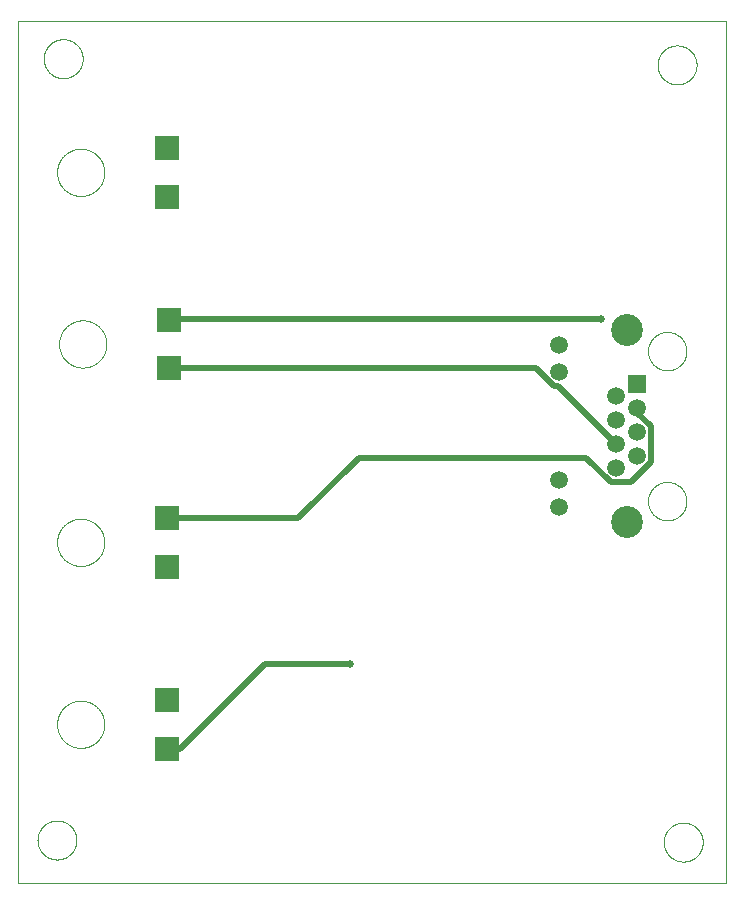
<source format=gbl>
G75*
%MOIN*%
%OFA0B0*%
%FSLAX25Y25*%
%IPPOS*%
%LPD*%
%AMOC8*
5,1,8,0,0,1.08239X$1,22.5*
%
%ADD10C,0.00000*%
%ADD11R,0.05937X0.05937*%
%ADD12C,0.05937*%
%ADD13C,0.10630*%
%ADD14R,0.08268X0.08268*%
%ADD15C,0.02000*%
%ADD16C,0.02578*%
D10*
X0005000Y0001000D02*
X0005000Y0288402D01*
X0241220Y0288402D01*
X0241220Y0001000D01*
X0005000Y0001000D01*
X0011591Y0015469D02*
X0011593Y0015630D01*
X0011599Y0015790D01*
X0011609Y0015951D01*
X0011623Y0016111D01*
X0011641Y0016271D01*
X0011662Y0016430D01*
X0011688Y0016589D01*
X0011718Y0016747D01*
X0011751Y0016904D01*
X0011789Y0017061D01*
X0011830Y0017216D01*
X0011875Y0017370D01*
X0011924Y0017523D01*
X0011977Y0017675D01*
X0012033Y0017826D01*
X0012094Y0017975D01*
X0012157Y0018123D01*
X0012225Y0018269D01*
X0012296Y0018413D01*
X0012370Y0018555D01*
X0012448Y0018696D01*
X0012530Y0018834D01*
X0012615Y0018971D01*
X0012703Y0019105D01*
X0012795Y0019237D01*
X0012890Y0019367D01*
X0012988Y0019495D01*
X0013089Y0019620D01*
X0013193Y0019742D01*
X0013300Y0019862D01*
X0013410Y0019979D01*
X0013523Y0020094D01*
X0013639Y0020205D01*
X0013758Y0020314D01*
X0013879Y0020419D01*
X0014003Y0020522D01*
X0014129Y0020622D01*
X0014257Y0020718D01*
X0014388Y0020811D01*
X0014522Y0020901D01*
X0014657Y0020988D01*
X0014795Y0021071D01*
X0014934Y0021151D01*
X0015076Y0021227D01*
X0015219Y0021300D01*
X0015364Y0021369D01*
X0015511Y0021435D01*
X0015659Y0021497D01*
X0015809Y0021555D01*
X0015960Y0021610D01*
X0016113Y0021661D01*
X0016267Y0021708D01*
X0016422Y0021751D01*
X0016578Y0021790D01*
X0016734Y0021826D01*
X0016892Y0021857D01*
X0017050Y0021885D01*
X0017209Y0021909D01*
X0017369Y0021929D01*
X0017529Y0021945D01*
X0017689Y0021957D01*
X0017850Y0021965D01*
X0018011Y0021969D01*
X0018171Y0021969D01*
X0018332Y0021965D01*
X0018493Y0021957D01*
X0018653Y0021945D01*
X0018813Y0021929D01*
X0018973Y0021909D01*
X0019132Y0021885D01*
X0019290Y0021857D01*
X0019448Y0021826D01*
X0019604Y0021790D01*
X0019760Y0021751D01*
X0019915Y0021708D01*
X0020069Y0021661D01*
X0020222Y0021610D01*
X0020373Y0021555D01*
X0020523Y0021497D01*
X0020671Y0021435D01*
X0020818Y0021369D01*
X0020963Y0021300D01*
X0021106Y0021227D01*
X0021248Y0021151D01*
X0021387Y0021071D01*
X0021525Y0020988D01*
X0021660Y0020901D01*
X0021794Y0020811D01*
X0021925Y0020718D01*
X0022053Y0020622D01*
X0022179Y0020522D01*
X0022303Y0020419D01*
X0022424Y0020314D01*
X0022543Y0020205D01*
X0022659Y0020094D01*
X0022772Y0019979D01*
X0022882Y0019862D01*
X0022989Y0019742D01*
X0023093Y0019620D01*
X0023194Y0019495D01*
X0023292Y0019367D01*
X0023387Y0019237D01*
X0023479Y0019105D01*
X0023567Y0018971D01*
X0023652Y0018834D01*
X0023734Y0018696D01*
X0023812Y0018555D01*
X0023886Y0018413D01*
X0023957Y0018269D01*
X0024025Y0018123D01*
X0024088Y0017975D01*
X0024149Y0017826D01*
X0024205Y0017675D01*
X0024258Y0017523D01*
X0024307Y0017370D01*
X0024352Y0017216D01*
X0024393Y0017061D01*
X0024431Y0016904D01*
X0024464Y0016747D01*
X0024494Y0016589D01*
X0024520Y0016430D01*
X0024541Y0016271D01*
X0024559Y0016111D01*
X0024573Y0015951D01*
X0024583Y0015790D01*
X0024589Y0015630D01*
X0024591Y0015469D01*
X0024589Y0015308D01*
X0024583Y0015148D01*
X0024573Y0014987D01*
X0024559Y0014827D01*
X0024541Y0014667D01*
X0024520Y0014508D01*
X0024494Y0014349D01*
X0024464Y0014191D01*
X0024431Y0014034D01*
X0024393Y0013877D01*
X0024352Y0013722D01*
X0024307Y0013568D01*
X0024258Y0013415D01*
X0024205Y0013263D01*
X0024149Y0013112D01*
X0024088Y0012963D01*
X0024025Y0012815D01*
X0023957Y0012669D01*
X0023886Y0012525D01*
X0023812Y0012383D01*
X0023734Y0012242D01*
X0023652Y0012104D01*
X0023567Y0011967D01*
X0023479Y0011833D01*
X0023387Y0011701D01*
X0023292Y0011571D01*
X0023194Y0011443D01*
X0023093Y0011318D01*
X0022989Y0011196D01*
X0022882Y0011076D01*
X0022772Y0010959D01*
X0022659Y0010844D01*
X0022543Y0010733D01*
X0022424Y0010624D01*
X0022303Y0010519D01*
X0022179Y0010416D01*
X0022053Y0010316D01*
X0021925Y0010220D01*
X0021794Y0010127D01*
X0021660Y0010037D01*
X0021525Y0009950D01*
X0021387Y0009867D01*
X0021248Y0009787D01*
X0021106Y0009711D01*
X0020963Y0009638D01*
X0020818Y0009569D01*
X0020671Y0009503D01*
X0020523Y0009441D01*
X0020373Y0009383D01*
X0020222Y0009328D01*
X0020069Y0009277D01*
X0019915Y0009230D01*
X0019760Y0009187D01*
X0019604Y0009148D01*
X0019448Y0009112D01*
X0019290Y0009081D01*
X0019132Y0009053D01*
X0018973Y0009029D01*
X0018813Y0009009D01*
X0018653Y0008993D01*
X0018493Y0008981D01*
X0018332Y0008973D01*
X0018171Y0008969D01*
X0018011Y0008969D01*
X0017850Y0008973D01*
X0017689Y0008981D01*
X0017529Y0008993D01*
X0017369Y0009009D01*
X0017209Y0009029D01*
X0017050Y0009053D01*
X0016892Y0009081D01*
X0016734Y0009112D01*
X0016578Y0009148D01*
X0016422Y0009187D01*
X0016267Y0009230D01*
X0016113Y0009277D01*
X0015960Y0009328D01*
X0015809Y0009383D01*
X0015659Y0009441D01*
X0015511Y0009503D01*
X0015364Y0009569D01*
X0015219Y0009638D01*
X0015076Y0009711D01*
X0014934Y0009787D01*
X0014795Y0009867D01*
X0014657Y0009950D01*
X0014522Y0010037D01*
X0014388Y0010127D01*
X0014257Y0010220D01*
X0014129Y0010316D01*
X0014003Y0010416D01*
X0013879Y0010519D01*
X0013758Y0010624D01*
X0013639Y0010733D01*
X0013523Y0010844D01*
X0013410Y0010959D01*
X0013300Y0011076D01*
X0013193Y0011196D01*
X0013089Y0011318D01*
X0012988Y0011443D01*
X0012890Y0011571D01*
X0012795Y0011701D01*
X0012703Y0011833D01*
X0012615Y0011967D01*
X0012530Y0012104D01*
X0012448Y0012242D01*
X0012370Y0012383D01*
X0012296Y0012525D01*
X0012225Y0012669D01*
X0012157Y0012815D01*
X0012094Y0012963D01*
X0012033Y0013112D01*
X0011977Y0013263D01*
X0011924Y0013415D01*
X0011875Y0013568D01*
X0011830Y0013722D01*
X0011789Y0013877D01*
X0011751Y0014034D01*
X0011718Y0014191D01*
X0011688Y0014349D01*
X0011662Y0014508D01*
X0011641Y0014667D01*
X0011623Y0014827D01*
X0011609Y0014987D01*
X0011599Y0015148D01*
X0011593Y0015308D01*
X0011591Y0015469D01*
X0018110Y0054051D02*
X0018112Y0054244D01*
X0018119Y0054437D01*
X0018131Y0054630D01*
X0018148Y0054823D01*
X0018169Y0055015D01*
X0018195Y0055206D01*
X0018226Y0055397D01*
X0018261Y0055587D01*
X0018301Y0055776D01*
X0018346Y0055964D01*
X0018395Y0056151D01*
X0018449Y0056337D01*
X0018507Y0056521D01*
X0018570Y0056704D01*
X0018638Y0056885D01*
X0018709Y0057064D01*
X0018786Y0057242D01*
X0018866Y0057418D01*
X0018951Y0057591D01*
X0019040Y0057763D01*
X0019133Y0057932D01*
X0019230Y0058099D01*
X0019332Y0058264D01*
X0019437Y0058426D01*
X0019546Y0058585D01*
X0019660Y0058742D01*
X0019777Y0058895D01*
X0019897Y0059046D01*
X0020022Y0059194D01*
X0020150Y0059339D01*
X0020281Y0059480D01*
X0020416Y0059619D01*
X0020555Y0059754D01*
X0020696Y0059885D01*
X0020841Y0060013D01*
X0020989Y0060138D01*
X0021140Y0060258D01*
X0021293Y0060375D01*
X0021450Y0060489D01*
X0021609Y0060598D01*
X0021771Y0060703D01*
X0021936Y0060805D01*
X0022103Y0060902D01*
X0022272Y0060995D01*
X0022444Y0061084D01*
X0022617Y0061169D01*
X0022793Y0061249D01*
X0022971Y0061326D01*
X0023150Y0061397D01*
X0023331Y0061465D01*
X0023514Y0061528D01*
X0023698Y0061586D01*
X0023884Y0061640D01*
X0024071Y0061689D01*
X0024259Y0061734D01*
X0024448Y0061774D01*
X0024638Y0061809D01*
X0024829Y0061840D01*
X0025020Y0061866D01*
X0025212Y0061887D01*
X0025405Y0061904D01*
X0025598Y0061916D01*
X0025791Y0061923D01*
X0025984Y0061925D01*
X0026177Y0061923D01*
X0026370Y0061916D01*
X0026563Y0061904D01*
X0026756Y0061887D01*
X0026948Y0061866D01*
X0027139Y0061840D01*
X0027330Y0061809D01*
X0027520Y0061774D01*
X0027709Y0061734D01*
X0027897Y0061689D01*
X0028084Y0061640D01*
X0028270Y0061586D01*
X0028454Y0061528D01*
X0028637Y0061465D01*
X0028818Y0061397D01*
X0028997Y0061326D01*
X0029175Y0061249D01*
X0029351Y0061169D01*
X0029524Y0061084D01*
X0029696Y0060995D01*
X0029865Y0060902D01*
X0030032Y0060805D01*
X0030197Y0060703D01*
X0030359Y0060598D01*
X0030518Y0060489D01*
X0030675Y0060375D01*
X0030828Y0060258D01*
X0030979Y0060138D01*
X0031127Y0060013D01*
X0031272Y0059885D01*
X0031413Y0059754D01*
X0031552Y0059619D01*
X0031687Y0059480D01*
X0031818Y0059339D01*
X0031946Y0059194D01*
X0032071Y0059046D01*
X0032191Y0058895D01*
X0032308Y0058742D01*
X0032422Y0058585D01*
X0032531Y0058426D01*
X0032636Y0058264D01*
X0032738Y0058099D01*
X0032835Y0057932D01*
X0032928Y0057763D01*
X0033017Y0057591D01*
X0033102Y0057418D01*
X0033182Y0057242D01*
X0033259Y0057064D01*
X0033330Y0056885D01*
X0033398Y0056704D01*
X0033461Y0056521D01*
X0033519Y0056337D01*
X0033573Y0056151D01*
X0033622Y0055964D01*
X0033667Y0055776D01*
X0033707Y0055587D01*
X0033742Y0055397D01*
X0033773Y0055206D01*
X0033799Y0055015D01*
X0033820Y0054823D01*
X0033837Y0054630D01*
X0033849Y0054437D01*
X0033856Y0054244D01*
X0033858Y0054051D01*
X0033856Y0053858D01*
X0033849Y0053665D01*
X0033837Y0053472D01*
X0033820Y0053279D01*
X0033799Y0053087D01*
X0033773Y0052896D01*
X0033742Y0052705D01*
X0033707Y0052515D01*
X0033667Y0052326D01*
X0033622Y0052138D01*
X0033573Y0051951D01*
X0033519Y0051765D01*
X0033461Y0051581D01*
X0033398Y0051398D01*
X0033330Y0051217D01*
X0033259Y0051038D01*
X0033182Y0050860D01*
X0033102Y0050684D01*
X0033017Y0050511D01*
X0032928Y0050339D01*
X0032835Y0050170D01*
X0032738Y0050003D01*
X0032636Y0049838D01*
X0032531Y0049676D01*
X0032422Y0049517D01*
X0032308Y0049360D01*
X0032191Y0049207D01*
X0032071Y0049056D01*
X0031946Y0048908D01*
X0031818Y0048763D01*
X0031687Y0048622D01*
X0031552Y0048483D01*
X0031413Y0048348D01*
X0031272Y0048217D01*
X0031127Y0048089D01*
X0030979Y0047964D01*
X0030828Y0047844D01*
X0030675Y0047727D01*
X0030518Y0047613D01*
X0030359Y0047504D01*
X0030197Y0047399D01*
X0030032Y0047297D01*
X0029865Y0047200D01*
X0029696Y0047107D01*
X0029524Y0047018D01*
X0029351Y0046933D01*
X0029175Y0046853D01*
X0028997Y0046776D01*
X0028818Y0046705D01*
X0028637Y0046637D01*
X0028454Y0046574D01*
X0028270Y0046516D01*
X0028084Y0046462D01*
X0027897Y0046413D01*
X0027709Y0046368D01*
X0027520Y0046328D01*
X0027330Y0046293D01*
X0027139Y0046262D01*
X0026948Y0046236D01*
X0026756Y0046215D01*
X0026563Y0046198D01*
X0026370Y0046186D01*
X0026177Y0046179D01*
X0025984Y0046177D01*
X0025791Y0046179D01*
X0025598Y0046186D01*
X0025405Y0046198D01*
X0025212Y0046215D01*
X0025020Y0046236D01*
X0024829Y0046262D01*
X0024638Y0046293D01*
X0024448Y0046328D01*
X0024259Y0046368D01*
X0024071Y0046413D01*
X0023884Y0046462D01*
X0023698Y0046516D01*
X0023514Y0046574D01*
X0023331Y0046637D01*
X0023150Y0046705D01*
X0022971Y0046776D01*
X0022793Y0046853D01*
X0022617Y0046933D01*
X0022444Y0047018D01*
X0022272Y0047107D01*
X0022103Y0047200D01*
X0021936Y0047297D01*
X0021771Y0047399D01*
X0021609Y0047504D01*
X0021450Y0047613D01*
X0021293Y0047727D01*
X0021140Y0047844D01*
X0020989Y0047964D01*
X0020841Y0048089D01*
X0020696Y0048217D01*
X0020555Y0048348D01*
X0020416Y0048483D01*
X0020281Y0048622D01*
X0020150Y0048763D01*
X0020022Y0048908D01*
X0019897Y0049056D01*
X0019777Y0049207D01*
X0019660Y0049360D01*
X0019546Y0049517D01*
X0019437Y0049676D01*
X0019332Y0049838D01*
X0019230Y0050003D01*
X0019133Y0050170D01*
X0019040Y0050339D01*
X0018951Y0050511D01*
X0018866Y0050684D01*
X0018786Y0050860D01*
X0018709Y0051038D01*
X0018638Y0051217D01*
X0018570Y0051398D01*
X0018507Y0051581D01*
X0018449Y0051765D01*
X0018395Y0051951D01*
X0018346Y0052138D01*
X0018301Y0052326D01*
X0018261Y0052515D01*
X0018226Y0052705D01*
X0018195Y0052896D01*
X0018169Y0053087D01*
X0018148Y0053279D01*
X0018131Y0053472D01*
X0018119Y0053665D01*
X0018112Y0053858D01*
X0018110Y0054051D01*
X0018110Y0114681D02*
X0018112Y0114874D01*
X0018119Y0115067D01*
X0018131Y0115260D01*
X0018148Y0115453D01*
X0018169Y0115645D01*
X0018195Y0115836D01*
X0018226Y0116027D01*
X0018261Y0116217D01*
X0018301Y0116406D01*
X0018346Y0116594D01*
X0018395Y0116781D01*
X0018449Y0116967D01*
X0018507Y0117151D01*
X0018570Y0117334D01*
X0018638Y0117515D01*
X0018709Y0117694D01*
X0018786Y0117872D01*
X0018866Y0118048D01*
X0018951Y0118221D01*
X0019040Y0118393D01*
X0019133Y0118562D01*
X0019230Y0118729D01*
X0019332Y0118894D01*
X0019437Y0119056D01*
X0019546Y0119215D01*
X0019660Y0119372D01*
X0019777Y0119525D01*
X0019897Y0119676D01*
X0020022Y0119824D01*
X0020150Y0119969D01*
X0020281Y0120110D01*
X0020416Y0120249D01*
X0020555Y0120384D01*
X0020696Y0120515D01*
X0020841Y0120643D01*
X0020989Y0120768D01*
X0021140Y0120888D01*
X0021293Y0121005D01*
X0021450Y0121119D01*
X0021609Y0121228D01*
X0021771Y0121333D01*
X0021936Y0121435D01*
X0022103Y0121532D01*
X0022272Y0121625D01*
X0022444Y0121714D01*
X0022617Y0121799D01*
X0022793Y0121879D01*
X0022971Y0121956D01*
X0023150Y0122027D01*
X0023331Y0122095D01*
X0023514Y0122158D01*
X0023698Y0122216D01*
X0023884Y0122270D01*
X0024071Y0122319D01*
X0024259Y0122364D01*
X0024448Y0122404D01*
X0024638Y0122439D01*
X0024829Y0122470D01*
X0025020Y0122496D01*
X0025212Y0122517D01*
X0025405Y0122534D01*
X0025598Y0122546D01*
X0025791Y0122553D01*
X0025984Y0122555D01*
X0026177Y0122553D01*
X0026370Y0122546D01*
X0026563Y0122534D01*
X0026756Y0122517D01*
X0026948Y0122496D01*
X0027139Y0122470D01*
X0027330Y0122439D01*
X0027520Y0122404D01*
X0027709Y0122364D01*
X0027897Y0122319D01*
X0028084Y0122270D01*
X0028270Y0122216D01*
X0028454Y0122158D01*
X0028637Y0122095D01*
X0028818Y0122027D01*
X0028997Y0121956D01*
X0029175Y0121879D01*
X0029351Y0121799D01*
X0029524Y0121714D01*
X0029696Y0121625D01*
X0029865Y0121532D01*
X0030032Y0121435D01*
X0030197Y0121333D01*
X0030359Y0121228D01*
X0030518Y0121119D01*
X0030675Y0121005D01*
X0030828Y0120888D01*
X0030979Y0120768D01*
X0031127Y0120643D01*
X0031272Y0120515D01*
X0031413Y0120384D01*
X0031552Y0120249D01*
X0031687Y0120110D01*
X0031818Y0119969D01*
X0031946Y0119824D01*
X0032071Y0119676D01*
X0032191Y0119525D01*
X0032308Y0119372D01*
X0032422Y0119215D01*
X0032531Y0119056D01*
X0032636Y0118894D01*
X0032738Y0118729D01*
X0032835Y0118562D01*
X0032928Y0118393D01*
X0033017Y0118221D01*
X0033102Y0118048D01*
X0033182Y0117872D01*
X0033259Y0117694D01*
X0033330Y0117515D01*
X0033398Y0117334D01*
X0033461Y0117151D01*
X0033519Y0116967D01*
X0033573Y0116781D01*
X0033622Y0116594D01*
X0033667Y0116406D01*
X0033707Y0116217D01*
X0033742Y0116027D01*
X0033773Y0115836D01*
X0033799Y0115645D01*
X0033820Y0115453D01*
X0033837Y0115260D01*
X0033849Y0115067D01*
X0033856Y0114874D01*
X0033858Y0114681D01*
X0033856Y0114488D01*
X0033849Y0114295D01*
X0033837Y0114102D01*
X0033820Y0113909D01*
X0033799Y0113717D01*
X0033773Y0113526D01*
X0033742Y0113335D01*
X0033707Y0113145D01*
X0033667Y0112956D01*
X0033622Y0112768D01*
X0033573Y0112581D01*
X0033519Y0112395D01*
X0033461Y0112211D01*
X0033398Y0112028D01*
X0033330Y0111847D01*
X0033259Y0111668D01*
X0033182Y0111490D01*
X0033102Y0111314D01*
X0033017Y0111141D01*
X0032928Y0110969D01*
X0032835Y0110800D01*
X0032738Y0110633D01*
X0032636Y0110468D01*
X0032531Y0110306D01*
X0032422Y0110147D01*
X0032308Y0109990D01*
X0032191Y0109837D01*
X0032071Y0109686D01*
X0031946Y0109538D01*
X0031818Y0109393D01*
X0031687Y0109252D01*
X0031552Y0109113D01*
X0031413Y0108978D01*
X0031272Y0108847D01*
X0031127Y0108719D01*
X0030979Y0108594D01*
X0030828Y0108474D01*
X0030675Y0108357D01*
X0030518Y0108243D01*
X0030359Y0108134D01*
X0030197Y0108029D01*
X0030032Y0107927D01*
X0029865Y0107830D01*
X0029696Y0107737D01*
X0029524Y0107648D01*
X0029351Y0107563D01*
X0029175Y0107483D01*
X0028997Y0107406D01*
X0028818Y0107335D01*
X0028637Y0107267D01*
X0028454Y0107204D01*
X0028270Y0107146D01*
X0028084Y0107092D01*
X0027897Y0107043D01*
X0027709Y0106998D01*
X0027520Y0106958D01*
X0027330Y0106923D01*
X0027139Y0106892D01*
X0026948Y0106866D01*
X0026756Y0106845D01*
X0026563Y0106828D01*
X0026370Y0106816D01*
X0026177Y0106809D01*
X0025984Y0106807D01*
X0025791Y0106809D01*
X0025598Y0106816D01*
X0025405Y0106828D01*
X0025212Y0106845D01*
X0025020Y0106866D01*
X0024829Y0106892D01*
X0024638Y0106923D01*
X0024448Y0106958D01*
X0024259Y0106998D01*
X0024071Y0107043D01*
X0023884Y0107092D01*
X0023698Y0107146D01*
X0023514Y0107204D01*
X0023331Y0107267D01*
X0023150Y0107335D01*
X0022971Y0107406D01*
X0022793Y0107483D01*
X0022617Y0107563D01*
X0022444Y0107648D01*
X0022272Y0107737D01*
X0022103Y0107830D01*
X0021936Y0107927D01*
X0021771Y0108029D01*
X0021609Y0108134D01*
X0021450Y0108243D01*
X0021293Y0108357D01*
X0021140Y0108474D01*
X0020989Y0108594D01*
X0020841Y0108719D01*
X0020696Y0108847D01*
X0020555Y0108978D01*
X0020416Y0109113D01*
X0020281Y0109252D01*
X0020150Y0109393D01*
X0020022Y0109538D01*
X0019897Y0109686D01*
X0019777Y0109837D01*
X0019660Y0109990D01*
X0019546Y0110147D01*
X0019437Y0110306D01*
X0019332Y0110468D01*
X0019230Y0110633D01*
X0019133Y0110800D01*
X0019040Y0110969D01*
X0018951Y0111141D01*
X0018866Y0111314D01*
X0018786Y0111490D01*
X0018709Y0111668D01*
X0018638Y0111847D01*
X0018570Y0112028D01*
X0018507Y0112211D01*
X0018449Y0112395D01*
X0018395Y0112581D01*
X0018346Y0112768D01*
X0018301Y0112956D01*
X0018261Y0113145D01*
X0018226Y0113335D01*
X0018195Y0113526D01*
X0018169Y0113717D01*
X0018148Y0113909D01*
X0018131Y0114102D01*
X0018119Y0114295D01*
X0018112Y0114488D01*
X0018110Y0114681D01*
X0018799Y0180823D02*
X0018801Y0181016D01*
X0018808Y0181209D01*
X0018820Y0181402D01*
X0018837Y0181595D01*
X0018858Y0181787D01*
X0018884Y0181978D01*
X0018915Y0182169D01*
X0018950Y0182359D01*
X0018990Y0182548D01*
X0019035Y0182736D01*
X0019084Y0182923D01*
X0019138Y0183109D01*
X0019196Y0183293D01*
X0019259Y0183476D01*
X0019327Y0183657D01*
X0019398Y0183836D01*
X0019475Y0184014D01*
X0019555Y0184190D01*
X0019640Y0184363D01*
X0019729Y0184535D01*
X0019822Y0184704D01*
X0019919Y0184871D01*
X0020021Y0185036D01*
X0020126Y0185198D01*
X0020235Y0185357D01*
X0020349Y0185514D01*
X0020466Y0185667D01*
X0020586Y0185818D01*
X0020711Y0185966D01*
X0020839Y0186111D01*
X0020970Y0186252D01*
X0021105Y0186391D01*
X0021244Y0186526D01*
X0021385Y0186657D01*
X0021530Y0186785D01*
X0021678Y0186910D01*
X0021829Y0187030D01*
X0021982Y0187147D01*
X0022139Y0187261D01*
X0022298Y0187370D01*
X0022460Y0187475D01*
X0022625Y0187577D01*
X0022792Y0187674D01*
X0022961Y0187767D01*
X0023133Y0187856D01*
X0023306Y0187941D01*
X0023482Y0188021D01*
X0023660Y0188098D01*
X0023839Y0188169D01*
X0024020Y0188237D01*
X0024203Y0188300D01*
X0024387Y0188358D01*
X0024573Y0188412D01*
X0024760Y0188461D01*
X0024948Y0188506D01*
X0025137Y0188546D01*
X0025327Y0188581D01*
X0025518Y0188612D01*
X0025709Y0188638D01*
X0025901Y0188659D01*
X0026094Y0188676D01*
X0026287Y0188688D01*
X0026480Y0188695D01*
X0026673Y0188697D01*
X0026866Y0188695D01*
X0027059Y0188688D01*
X0027252Y0188676D01*
X0027445Y0188659D01*
X0027637Y0188638D01*
X0027828Y0188612D01*
X0028019Y0188581D01*
X0028209Y0188546D01*
X0028398Y0188506D01*
X0028586Y0188461D01*
X0028773Y0188412D01*
X0028959Y0188358D01*
X0029143Y0188300D01*
X0029326Y0188237D01*
X0029507Y0188169D01*
X0029686Y0188098D01*
X0029864Y0188021D01*
X0030040Y0187941D01*
X0030213Y0187856D01*
X0030385Y0187767D01*
X0030554Y0187674D01*
X0030721Y0187577D01*
X0030886Y0187475D01*
X0031048Y0187370D01*
X0031207Y0187261D01*
X0031364Y0187147D01*
X0031517Y0187030D01*
X0031668Y0186910D01*
X0031816Y0186785D01*
X0031961Y0186657D01*
X0032102Y0186526D01*
X0032241Y0186391D01*
X0032376Y0186252D01*
X0032507Y0186111D01*
X0032635Y0185966D01*
X0032760Y0185818D01*
X0032880Y0185667D01*
X0032997Y0185514D01*
X0033111Y0185357D01*
X0033220Y0185198D01*
X0033325Y0185036D01*
X0033427Y0184871D01*
X0033524Y0184704D01*
X0033617Y0184535D01*
X0033706Y0184363D01*
X0033791Y0184190D01*
X0033871Y0184014D01*
X0033948Y0183836D01*
X0034019Y0183657D01*
X0034087Y0183476D01*
X0034150Y0183293D01*
X0034208Y0183109D01*
X0034262Y0182923D01*
X0034311Y0182736D01*
X0034356Y0182548D01*
X0034396Y0182359D01*
X0034431Y0182169D01*
X0034462Y0181978D01*
X0034488Y0181787D01*
X0034509Y0181595D01*
X0034526Y0181402D01*
X0034538Y0181209D01*
X0034545Y0181016D01*
X0034547Y0180823D01*
X0034545Y0180630D01*
X0034538Y0180437D01*
X0034526Y0180244D01*
X0034509Y0180051D01*
X0034488Y0179859D01*
X0034462Y0179668D01*
X0034431Y0179477D01*
X0034396Y0179287D01*
X0034356Y0179098D01*
X0034311Y0178910D01*
X0034262Y0178723D01*
X0034208Y0178537D01*
X0034150Y0178353D01*
X0034087Y0178170D01*
X0034019Y0177989D01*
X0033948Y0177810D01*
X0033871Y0177632D01*
X0033791Y0177456D01*
X0033706Y0177283D01*
X0033617Y0177111D01*
X0033524Y0176942D01*
X0033427Y0176775D01*
X0033325Y0176610D01*
X0033220Y0176448D01*
X0033111Y0176289D01*
X0032997Y0176132D01*
X0032880Y0175979D01*
X0032760Y0175828D01*
X0032635Y0175680D01*
X0032507Y0175535D01*
X0032376Y0175394D01*
X0032241Y0175255D01*
X0032102Y0175120D01*
X0031961Y0174989D01*
X0031816Y0174861D01*
X0031668Y0174736D01*
X0031517Y0174616D01*
X0031364Y0174499D01*
X0031207Y0174385D01*
X0031048Y0174276D01*
X0030886Y0174171D01*
X0030721Y0174069D01*
X0030554Y0173972D01*
X0030385Y0173879D01*
X0030213Y0173790D01*
X0030040Y0173705D01*
X0029864Y0173625D01*
X0029686Y0173548D01*
X0029507Y0173477D01*
X0029326Y0173409D01*
X0029143Y0173346D01*
X0028959Y0173288D01*
X0028773Y0173234D01*
X0028586Y0173185D01*
X0028398Y0173140D01*
X0028209Y0173100D01*
X0028019Y0173065D01*
X0027828Y0173034D01*
X0027637Y0173008D01*
X0027445Y0172987D01*
X0027252Y0172970D01*
X0027059Y0172958D01*
X0026866Y0172951D01*
X0026673Y0172949D01*
X0026480Y0172951D01*
X0026287Y0172958D01*
X0026094Y0172970D01*
X0025901Y0172987D01*
X0025709Y0173008D01*
X0025518Y0173034D01*
X0025327Y0173065D01*
X0025137Y0173100D01*
X0024948Y0173140D01*
X0024760Y0173185D01*
X0024573Y0173234D01*
X0024387Y0173288D01*
X0024203Y0173346D01*
X0024020Y0173409D01*
X0023839Y0173477D01*
X0023660Y0173548D01*
X0023482Y0173625D01*
X0023306Y0173705D01*
X0023133Y0173790D01*
X0022961Y0173879D01*
X0022792Y0173972D01*
X0022625Y0174069D01*
X0022460Y0174171D01*
X0022298Y0174276D01*
X0022139Y0174385D01*
X0021982Y0174499D01*
X0021829Y0174616D01*
X0021678Y0174736D01*
X0021530Y0174861D01*
X0021385Y0174989D01*
X0021244Y0175120D01*
X0021105Y0175255D01*
X0020970Y0175394D01*
X0020839Y0175535D01*
X0020711Y0175680D01*
X0020586Y0175828D01*
X0020466Y0175979D01*
X0020349Y0176132D01*
X0020235Y0176289D01*
X0020126Y0176448D01*
X0020021Y0176610D01*
X0019919Y0176775D01*
X0019822Y0176942D01*
X0019729Y0177111D01*
X0019640Y0177283D01*
X0019555Y0177456D01*
X0019475Y0177632D01*
X0019398Y0177810D01*
X0019327Y0177989D01*
X0019259Y0178170D01*
X0019196Y0178353D01*
X0019138Y0178537D01*
X0019084Y0178723D01*
X0019035Y0178910D01*
X0018990Y0179098D01*
X0018950Y0179287D01*
X0018915Y0179477D01*
X0018884Y0179668D01*
X0018858Y0179859D01*
X0018837Y0180051D01*
X0018820Y0180244D01*
X0018808Y0180437D01*
X0018801Y0180630D01*
X0018799Y0180823D01*
X0018110Y0238008D02*
X0018112Y0238201D01*
X0018119Y0238394D01*
X0018131Y0238587D01*
X0018148Y0238780D01*
X0018169Y0238972D01*
X0018195Y0239163D01*
X0018226Y0239354D01*
X0018261Y0239544D01*
X0018301Y0239733D01*
X0018346Y0239921D01*
X0018395Y0240108D01*
X0018449Y0240294D01*
X0018507Y0240478D01*
X0018570Y0240661D01*
X0018638Y0240842D01*
X0018709Y0241021D01*
X0018786Y0241199D01*
X0018866Y0241375D01*
X0018951Y0241548D01*
X0019040Y0241720D01*
X0019133Y0241889D01*
X0019230Y0242056D01*
X0019332Y0242221D01*
X0019437Y0242383D01*
X0019546Y0242542D01*
X0019660Y0242699D01*
X0019777Y0242852D01*
X0019897Y0243003D01*
X0020022Y0243151D01*
X0020150Y0243296D01*
X0020281Y0243437D01*
X0020416Y0243576D01*
X0020555Y0243711D01*
X0020696Y0243842D01*
X0020841Y0243970D01*
X0020989Y0244095D01*
X0021140Y0244215D01*
X0021293Y0244332D01*
X0021450Y0244446D01*
X0021609Y0244555D01*
X0021771Y0244660D01*
X0021936Y0244762D01*
X0022103Y0244859D01*
X0022272Y0244952D01*
X0022444Y0245041D01*
X0022617Y0245126D01*
X0022793Y0245206D01*
X0022971Y0245283D01*
X0023150Y0245354D01*
X0023331Y0245422D01*
X0023514Y0245485D01*
X0023698Y0245543D01*
X0023884Y0245597D01*
X0024071Y0245646D01*
X0024259Y0245691D01*
X0024448Y0245731D01*
X0024638Y0245766D01*
X0024829Y0245797D01*
X0025020Y0245823D01*
X0025212Y0245844D01*
X0025405Y0245861D01*
X0025598Y0245873D01*
X0025791Y0245880D01*
X0025984Y0245882D01*
X0026177Y0245880D01*
X0026370Y0245873D01*
X0026563Y0245861D01*
X0026756Y0245844D01*
X0026948Y0245823D01*
X0027139Y0245797D01*
X0027330Y0245766D01*
X0027520Y0245731D01*
X0027709Y0245691D01*
X0027897Y0245646D01*
X0028084Y0245597D01*
X0028270Y0245543D01*
X0028454Y0245485D01*
X0028637Y0245422D01*
X0028818Y0245354D01*
X0028997Y0245283D01*
X0029175Y0245206D01*
X0029351Y0245126D01*
X0029524Y0245041D01*
X0029696Y0244952D01*
X0029865Y0244859D01*
X0030032Y0244762D01*
X0030197Y0244660D01*
X0030359Y0244555D01*
X0030518Y0244446D01*
X0030675Y0244332D01*
X0030828Y0244215D01*
X0030979Y0244095D01*
X0031127Y0243970D01*
X0031272Y0243842D01*
X0031413Y0243711D01*
X0031552Y0243576D01*
X0031687Y0243437D01*
X0031818Y0243296D01*
X0031946Y0243151D01*
X0032071Y0243003D01*
X0032191Y0242852D01*
X0032308Y0242699D01*
X0032422Y0242542D01*
X0032531Y0242383D01*
X0032636Y0242221D01*
X0032738Y0242056D01*
X0032835Y0241889D01*
X0032928Y0241720D01*
X0033017Y0241548D01*
X0033102Y0241375D01*
X0033182Y0241199D01*
X0033259Y0241021D01*
X0033330Y0240842D01*
X0033398Y0240661D01*
X0033461Y0240478D01*
X0033519Y0240294D01*
X0033573Y0240108D01*
X0033622Y0239921D01*
X0033667Y0239733D01*
X0033707Y0239544D01*
X0033742Y0239354D01*
X0033773Y0239163D01*
X0033799Y0238972D01*
X0033820Y0238780D01*
X0033837Y0238587D01*
X0033849Y0238394D01*
X0033856Y0238201D01*
X0033858Y0238008D01*
X0033856Y0237815D01*
X0033849Y0237622D01*
X0033837Y0237429D01*
X0033820Y0237236D01*
X0033799Y0237044D01*
X0033773Y0236853D01*
X0033742Y0236662D01*
X0033707Y0236472D01*
X0033667Y0236283D01*
X0033622Y0236095D01*
X0033573Y0235908D01*
X0033519Y0235722D01*
X0033461Y0235538D01*
X0033398Y0235355D01*
X0033330Y0235174D01*
X0033259Y0234995D01*
X0033182Y0234817D01*
X0033102Y0234641D01*
X0033017Y0234468D01*
X0032928Y0234296D01*
X0032835Y0234127D01*
X0032738Y0233960D01*
X0032636Y0233795D01*
X0032531Y0233633D01*
X0032422Y0233474D01*
X0032308Y0233317D01*
X0032191Y0233164D01*
X0032071Y0233013D01*
X0031946Y0232865D01*
X0031818Y0232720D01*
X0031687Y0232579D01*
X0031552Y0232440D01*
X0031413Y0232305D01*
X0031272Y0232174D01*
X0031127Y0232046D01*
X0030979Y0231921D01*
X0030828Y0231801D01*
X0030675Y0231684D01*
X0030518Y0231570D01*
X0030359Y0231461D01*
X0030197Y0231356D01*
X0030032Y0231254D01*
X0029865Y0231157D01*
X0029696Y0231064D01*
X0029524Y0230975D01*
X0029351Y0230890D01*
X0029175Y0230810D01*
X0028997Y0230733D01*
X0028818Y0230662D01*
X0028637Y0230594D01*
X0028454Y0230531D01*
X0028270Y0230473D01*
X0028084Y0230419D01*
X0027897Y0230370D01*
X0027709Y0230325D01*
X0027520Y0230285D01*
X0027330Y0230250D01*
X0027139Y0230219D01*
X0026948Y0230193D01*
X0026756Y0230172D01*
X0026563Y0230155D01*
X0026370Y0230143D01*
X0026177Y0230136D01*
X0025984Y0230134D01*
X0025791Y0230136D01*
X0025598Y0230143D01*
X0025405Y0230155D01*
X0025212Y0230172D01*
X0025020Y0230193D01*
X0024829Y0230219D01*
X0024638Y0230250D01*
X0024448Y0230285D01*
X0024259Y0230325D01*
X0024071Y0230370D01*
X0023884Y0230419D01*
X0023698Y0230473D01*
X0023514Y0230531D01*
X0023331Y0230594D01*
X0023150Y0230662D01*
X0022971Y0230733D01*
X0022793Y0230810D01*
X0022617Y0230890D01*
X0022444Y0230975D01*
X0022272Y0231064D01*
X0022103Y0231157D01*
X0021936Y0231254D01*
X0021771Y0231356D01*
X0021609Y0231461D01*
X0021450Y0231570D01*
X0021293Y0231684D01*
X0021140Y0231801D01*
X0020989Y0231921D01*
X0020841Y0232046D01*
X0020696Y0232174D01*
X0020555Y0232305D01*
X0020416Y0232440D01*
X0020281Y0232579D01*
X0020150Y0232720D01*
X0020022Y0232865D01*
X0019897Y0233013D01*
X0019777Y0233164D01*
X0019660Y0233317D01*
X0019546Y0233474D01*
X0019437Y0233633D01*
X0019332Y0233795D01*
X0019230Y0233960D01*
X0019133Y0234127D01*
X0019040Y0234296D01*
X0018951Y0234468D01*
X0018866Y0234641D01*
X0018786Y0234817D01*
X0018709Y0234995D01*
X0018638Y0235174D01*
X0018570Y0235355D01*
X0018507Y0235538D01*
X0018449Y0235722D01*
X0018395Y0235908D01*
X0018346Y0236095D01*
X0018301Y0236283D01*
X0018261Y0236472D01*
X0018226Y0236662D01*
X0018195Y0236853D01*
X0018169Y0237044D01*
X0018148Y0237236D01*
X0018131Y0237429D01*
X0018119Y0237622D01*
X0018112Y0237815D01*
X0018110Y0238008D01*
X0013657Y0275902D02*
X0013659Y0276063D01*
X0013665Y0276223D01*
X0013675Y0276384D01*
X0013689Y0276544D01*
X0013707Y0276704D01*
X0013728Y0276863D01*
X0013754Y0277022D01*
X0013784Y0277180D01*
X0013817Y0277337D01*
X0013855Y0277494D01*
X0013896Y0277649D01*
X0013941Y0277803D01*
X0013990Y0277956D01*
X0014043Y0278108D01*
X0014099Y0278259D01*
X0014160Y0278408D01*
X0014223Y0278556D01*
X0014291Y0278702D01*
X0014362Y0278846D01*
X0014436Y0278988D01*
X0014514Y0279129D01*
X0014596Y0279267D01*
X0014681Y0279404D01*
X0014769Y0279538D01*
X0014861Y0279670D01*
X0014956Y0279800D01*
X0015054Y0279928D01*
X0015155Y0280053D01*
X0015259Y0280175D01*
X0015366Y0280295D01*
X0015476Y0280412D01*
X0015589Y0280527D01*
X0015705Y0280638D01*
X0015824Y0280747D01*
X0015945Y0280852D01*
X0016069Y0280955D01*
X0016195Y0281055D01*
X0016323Y0281151D01*
X0016454Y0281244D01*
X0016588Y0281334D01*
X0016723Y0281421D01*
X0016861Y0281504D01*
X0017000Y0281584D01*
X0017142Y0281660D01*
X0017285Y0281733D01*
X0017430Y0281802D01*
X0017577Y0281868D01*
X0017725Y0281930D01*
X0017875Y0281988D01*
X0018026Y0282043D01*
X0018179Y0282094D01*
X0018333Y0282141D01*
X0018488Y0282184D01*
X0018644Y0282223D01*
X0018800Y0282259D01*
X0018958Y0282290D01*
X0019116Y0282318D01*
X0019275Y0282342D01*
X0019435Y0282362D01*
X0019595Y0282378D01*
X0019755Y0282390D01*
X0019916Y0282398D01*
X0020077Y0282402D01*
X0020237Y0282402D01*
X0020398Y0282398D01*
X0020559Y0282390D01*
X0020719Y0282378D01*
X0020879Y0282362D01*
X0021039Y0282342D01*
X0021198Y0282318D01*
X0021356Y0282290D01*
X0021514Y0282259D01*
X0021670Y0282223D01*
X0021826Y0282184D01*
X0021981Y0282141D01*
X0022135Y0282094D01*
X0022288Y0282043D01*
X0022439Y0281988D01*
X0022589Y0281930D01*
X0022737Y0281868D01*
X0022884Y0281802D01*
X0023029Y0281733D01*
X0023172Y0281660D01*
X0023314Y0281584D01*
X0023453Y0281504D01*
X0023591Y0281421D01*
X0023726Y0281334D01*
X0023860Y0281244D01*
X0023991Y0281151D01*
X0024119Y0281055D01*
X0024245Y0280955D01*
X0024369Y0280852D01*
X0024490Y0280747D01*
X0024609Y0280638D01*
X0024725Y0280527D01*
X0024838Y0280412D01*
X0024948Y0280295D01*
X0025055Y0280175D01*
X0025159Y0280053D01*
X0025260Y0279928D01*
X0025358Y0279800D01*
X0025453Y0279670D01*
X0025545Y0279538D01*
X0025633Y0279404D01*
X0025718Y0279267D01*
X0025800Y0279129D01*
X0025878Y0278988D01*
X0025952Y0278846D01*
X0026023Y0278702D01*
X0026091Y0278556D01*
X0026154Y0278408D01*
X0026215Y0278259D01*
X0026271Y0278108D01*
X0026324Y0277956D01*
X0026373Y0277803D01*
X0026418Y0277649D01*
X0026459Y0277494D01*
X0026497Y0277337D01*
X0026530Y0277180D01*
X0026560Y0277022D01*
X0026586Y0276863D01*
X0026607Y0276704D01*
X0026625Y0276544D01*
X0026639Y0276384D01*
X0026649Y0276223D01*
X0026655Y0276063D01*
X0026657Y0275902D01*
X0026655Y0275741D01*
X0026649Y0275581D01*
X0026639Y0275420D01*
X0026625Y0275260D01*
X0026607Y0275100D01*
X0026586Y0274941D01*
X0026560Y0274782D01*
X0026530Y0274624D01*
X0026497Y0274467D01*
X0026459Y0274310D01*
X0026418Y0274155D01*
X0026373Y0274001D01*
X0026324Y0273848D01*
X0026271Y0273696D01*
X0026215Y0273545D01*
X0026154Y0273396D01*
X0026091Y0273248D01*
X0026023Y0273102D01*
X0025952Y0272958D01*
X0025878Y0272816D01*
X0025800Y0272675D01*
X0025718Y0272537D01*
X0025633Y0272400D01*
X0025545Y0272266D01*
X0025453Y0272134D01*
X0025358Y0272004D01*
X0025260Y0271876D01*
X0025159Y0271751D01*
X0025055Y0271629D01*
X0024948Y0271509D01*
X0024838Y0271392D01*
X0024725Y0271277D01*
X0024609Y0271166D01*
X0024490Y0271057D01*
X0024369Y0270952D01*
X0024245Y0270849D01*
X0024119Y0270749D01*
X0023991Y0270653D01*
X0023860Y0270560D01*
X0023726Y0270470D01*
X0023591Y0270383D01*
X0023453Y0270300D01*
X0023314Y0270220D01*
X0023172Y0270144D01*
X0023029Y0270071D01*
X0022884Y0270002D01*
X0022737Y0269936D01*
X0022589Y0269874D01*
X0022439Y0269816D01*
X0022288Y0269761D01*
X0022135Y0269710D01*
X0021981Y0269663D01*
X0021826Y0269620D01*
X0021670Y0269581D01*
X0021514Y0269545D01*
X0021356Y0269514D01*
X0021198Y0269486D01*
X0021039Y0269462D01*
X0020879Y0269442D01*
X0020719Y0269426D01*
X0020559Y0269414D01*
X0020398Y0269406D01*
X0020237Y0269402D01*
X0020077Y0269402D01*
X0019916Y0269406D01*
X0019755Y0269414D01*
X0019595Y0269426D01*
X0019435Y0269442D01*
X0019275Y0269462D01*
X0019116Y0269486D01*
X0018958Y0269514D01*
X0018800Y0269545D01*
X0018644Y0269581D01*
X0018488Y0269620D01*
X0018333Y0269663D01*
X0018179Y0269710D01*
X0018026Y0269761D01*
X0017875Y0269816D01*
X0017725Y0269874D01*
X0017577Y0269936D01*
X0017430Y0270002D01*
X0017285Y0270071D01*
X0017142Y0270144D01*
X0017000Y0270220D01*
X0016861Y0270300D01*
X0016723Y0270383D01*
X0016588Y0270470D01*
X0016454Y0270560D01*
X0016323Y0270653D01*
X0016195Y0270749D01*
X0016069Y0270849D01*
X0015945Y0270952D01*
X0015824Y0271057D01*
X0015705Y0271166D01*
X0015589Y0271277D01*
X0015476Y0271392D01*
X0015366Y0271509D01*
X0015259Y0271629D01*
X0015155Y0271751D01*
X0015054Y0271876D01*
X0014956Y0272004D01*
X0014861Y0272134D01*
X0014769Y0272266D01*
X0014681Y0272400D01*
X0014596Y0272537D01*
X0014514Y0272675D01*
X0014436Y0272816D01*
X0014362Y0272958D01*
X0014291Y0273102D01*
X0014223Y0273248D01*
X0014160Y0273396D01*
X0014099Y0273545D01*
X0014043Y0273696D01*
X0013990Y0273848D01*
X0013941Y0274001D01*
X0013896Y0274155D01*
X0013855Y0274310D01*
X0013817Y0274467D01*
X0013784Y0274624D01*
X0013754Y0274782D01*
X0013728Y0274941D01*
X0013707Y0275100D01*
X0013689Y0275260D01*
X0013675Y0275420D01*
X0013665Y0275581D01*
X0013659Y0275741D01*
X0013657Y0275902D01*
X0215098Y0178421D02*
X0215100Y0178581D01*
X0215106Y0178740D01*
X0215116Y0178899D01*
X0215130Y0179058D01*
X0215148Y0179217D01*
X0215169Y0179375D01*
X0215195Y0179532D01*
X0215225Y0179689D01*
X0215258Y0179845D01*
X0215296Y0180000D01*
X0215337Y0180154D01*
X0215382Y0180307D01*
X0215431Y0180459D01*
X0215484Y0180609D01*
X0215540Y0180758D01*
X0215600Y0180906D01*
X0215664Y0181052D01*
X0215732Y0181197D01*
X0215803Y0181340D01*
X0215877Y0181481D01*
X0215955Y0181620D01*
X0216037Y0181757D01*
X0216122Y0181892D01*
X0216210Y0182025D01*
X0216301Y0182156D01*
X0216396Y0182284D01*
X0216494Y0182410D01*
X0216595Y0182534D01*
X0216699Y0182654D01*
X0216806Y0182773D01*
X0216916Y0182888D01*
X0217029Y0183001D01*
X0217144Y0183111D01*
X0217263Y0183218D01*
X0217383Y0183322D01*
X0217507Y0183423D01*
X0217633Y0183521D01*
X0217761Y0183616D01*
X0217892Y0183707D01*
X0218025Y0183795D01*
X0218160Y0183880D01*
X0218297Y0183962D01*
X0218436Y0184040D01*
X0218577Y0184114D01*
X0218720Y0184185D01*
X0218865Y0184253D01*
X0219011Y0184317D01*
X0219159Y0184377D01*
X0219308Y0184433D01*
X0219458Y0184486D01*
X0219610Y0184535D01*
X0219763Y0184580D01*
X0219917Y0184621D01*
X0220072Y0184659D01*
X0220228Y0184692D01*
X0220385Y0184722D01*
X0220542Y0184748D01*
X0220700Y0184769D01*
X0220859Y0184787D01*
X0221018Y0184801D01*
X0221177Y0184811D01*
X0221336Y0184817D01*
X0221496Y0184819D01*
X0221656Y0184817D01*
X0221815Y0184811D01*
X0221974Y0184801D01*
X0222133Y0184787D01*
X0222292Y0184769D01*
X0222450Y0184748D01*
X0222607Y0184722D01*
X0222764Y0184692D01*
X0222920Y0184659D01*
X0223075Y0184621D01*
X0223229Y0184580D01*
X0223382Y0184535D01*
X0223534Y0184486D01*
X0223684Y0184433D01*
X0223833Y0184377D01*
X0223981Y0184317D01*
X0224127Y0184253D01*
X0224272Y0184185D01*
X0224415Y0184114D01*
X0224556Y0184040D01*
X0224695Y0183962D01*
X0224832Y0183880D01*
X0224967Y0183795D01*
X0225100Y0183707D01*
X0225231Y0183616D01*
X0225359Y0183521D01*
X0225485Y0183423D01*
X0225609Y0183322D01*
X0225729Y0183218D01*
X0225848Y0183111D01*
X0225963Y0183001D01*
X0226076Y0182888D01*
X0226186Y0182773D01*
X0226293Y0182654D01*
X0226397Y0182534D01*
X0226498Y0182410D01*
X0226596Y0182284D01*
X0226691Y0182156D01*
X0226782Y0182025D01*
X0226870Y0181892D01*
X0226955Y0181757D01*
X0227037Y0181620D01*
X0227115Y0181481D01*
X0227189Y0181340D01*
X0227260Y0181197D01*
X0227328Y0181052D01*
X0227392Y0180906D01*
X0227452Y0180758D01*
X0227508Y0180609D01*
X0227561Y0180459D01*
X0227610Y0180307D01*
X0227655Y0180154D01*
X0227696Y0180000D01*
X0227734Y0179845D01*
X0227767Y0179689D01*
X0227797Y0179532D01*
X0227823Y0179375D01*
X0227844Y0179217D01*
X0227862Y0179058D01*
X0227876Y0178899D01*
X0227886Y0178740D01*
X0227892Y0178581D01*
X0227894Y0178421D01*
X0227892Y0178261D01*
X0227886Y0178102D01*
X0227876Y0177943D01*
X0227862Y0177784D01*
X0227844Y0177625D01*
X0227823Y0177467D01*
X0227797Y0177310D01*
X0227767Y0177153D01*
X0227734Y0176997D01*
X0227696Y0176842D01*
X0227655Y0176688D01*
X0227610Y0176535D01*
X0227561Y0176383D01*
X0227508Y0176233D01*
X0227452Y0176084D01*
X0227392Y0175936D01*
X0227328Y0175790D01*
X0227260Y0175645D01*
X0227189Y0175502D01*
X0227115Y0175361D01*
X0227037Y0175222D01*
X0226955Y0175085D01*
X0226870Y0174950D01*
X0226782Y0174817D01*
X0226691Y0174686D01*
X0226596Y0174558D01*
X0226498Y0174432D01*
X0226397Y0174308D01*
X0226293Y0174188D01*
X0226186Y0174069D01*
X0226076Y0173954D01*
X0225963Y0173841D01*
X0225848Y0173731D01*
X0225729Y0173624D01*
X0225609Y0173520D01*
X0225485Y0173419D01*
X0225359Y0173321D01*
X0225231Y0173226D01*
X0225100Y0173135D01*
X0224967Y0173047D01*
X0224832Y0172962D01*
X0224695Y0172880D01*
X0224556Y0172802D01*
X0224415Y0172728D01*
X0224272Y0172657D01*
X0224127Y0172589D01*
X0223981Y0172525D01*
X0223833Y0172465D01*
X0223684Y0172409D01*
X0223534Y0172356D01*
X0223382Y0172307D01*
X0223229Y0172262D01*
X0223075Y0172221D01*
X0222920Y0172183D01*
X0222764Y0172150D01*
X0222607Y0172120D01*
X0222450Y0172094D01*
X0222292Y0172073D01*
X0222133Y0172055D01*
X0221974Y0172041D01*
X0221815Y0172031D01*
X0221656Y0172025D01*
X0221496Y0172023D01*
X0221336Y0172025D01*
X0221177Y0172031D01*
X0221018Y0172041D01*
X0220859Y0172055D01*
X0220700Y0172073D01*
X0220542Y0172094D01*
X0220385Y0172120D01*
X0220228Y0172150D01*
X0220072Y0172183D01*
X0219917Y0172221D01*
X0219763Y0172262D01*
X0219610Y0172307D01*
X0219458Y0172356D01*
X0219308Y0172409D01*
X0219159Y0172465D01*
X0219011Y0172525D01*
X0218865Y0172589D01*
X0218720Y0172657D01*
X0218577Y0172728D01*
X0218436Y0172802D01*
X0218297Y0172880D01*
X0218160Y0172962D01*
X0218025Y0173047D01*
X0217892Y0173135D01*
X0217761Y0173226D01*
X0217633Y0173321D01*
X0217507Y0173419D01*
X0217383Y0173520D01*
X0217263Y0173624D01*
X0217144Y0173731D01*
X0217029Y0173841D01*
X0216916Y0173954D01*
X0216806Y0174069D01*
X0216699Y0174188D01*
X0216595Y0174308D01*
X0216494Y0174432D01*
X0216396Y0174558D01*
X0216301Y0174686D01*
X0216210Y0174817D01*
X0216122Y0174950D01*
X0216037Y0175085D01*
X0215955Y0175222D01*
X0215877Y0175361D01*
X0215803Y0175502D01*
X0215732Y0175645D01*
X0215664Y0175790D01*
X0215600Y0175936D01*
X0215540Y0176084D01*
X0215484Y0176233D01*
X0215431Y0176383D01*
X0215382Y0176535D01*
X0215337Y0176688D01*
X0215296Y0176842D01*
X0215258Y0176997D01*
X0215225Y0177153D01*
X0215195Y0177310D01*
X0215169Y0177467D01*
X0215148Y0177625D01*
X0215130Y0177784D01*
X0215116Y0177943D01*
X0215106Y0178102D01*
X0215100Y0178261D01*
X0215098Y0178421D01*
X0215098Y0128421D02*
X0215100Y0128581D01*
X0215106Y0128740D01*
X0215116Y0128899D01*
X0215130Y0129058D01*
X0215148Y0129217D01*
X0215169Y0129375D01*
X0215195Y0129532D01*
X0215225Y0129689D01*
X0215258Y0129845D01*
X0215296Y0130000D01*
X0215337Y0130154D01*
X0215382Y0130307D01*
X0215431Y0130459D01*
X0215484Y0130609D01*
X0215540Y0130758D01*
X0215600Y0130906D01*
X0215664Y0131052D01*
X0215732Y0131197D01*
X0215803Y0131340D01*
X0215877Y0131481D01*
X0215955Y0131620D01*
X0216037Y0131757D01*
X0216122Y0131892D01*
X0216210Y0132025D01*
X0216301Y0132156D01*
X0216396Y0132284D01*
X0216494Y0132410D01*
X0216595Y0132534D01*
X0216699Y0132654D01*
X0216806Y0132773D01*
X0216916Y0132888D01*
X0217029Y0133001D01*
X0217144Y0133111D01*
X0217263Y0133218D01*
X0217383Y0133322D01*
X0217507Y0133423D01*
X0217633Y0133521D01*
X0217761Y0133616D01*
X0217892Y0133707D01*
X0218025Y0133795D01*
X0218160Y0133880D01*
X0218297Y0133962D01*
X0218436Y0134040D01*
X0218577Y0134114D01*
X0218720Y0134185D01*
X0218865Y0134253D01*
X0219011Y0134317D01*
X0219159Y0134377D01*
X0219308Y0134433D01*
X0219458Y0134486D01*
X0219610Y0134535D01*
X0219763Y0134580D01*
X0219917Y0134621D01*
X0220072Y0134659D01*
X0220228Y0134692D01*
X0220385Y0134722D01*
X0220542Y0134748D01*
X0220700Y0134769D01*
X0220859Y0134787D01*
X0221018Y0134801D01*
X0221177Y0134811D01*
X0221336Y0134817D01*
X0221496Y0134819D01*
X0221656Y0134817D01*
X0221815Y0134811D01*
X0221974Y0134801D01*
X0222133Y0134787D01*
X0222292Y0134769D01*
X0222450Y0134748D01*
X0222607Y0134722D01*
X0222764Y0134692D01*
X0222920Y0134659D01*
X0223075Y0134621D01*
X0223229Y0134580D01*
X0223382Y0134535D01*
X0223534Y0134486D01*
X0223684Y0134433D01*
X0223833Y0134377D01*
X0223981Y0134317D01*
X0224127Y0134253D01*
X0224272Y0134185D01*
X0224415Y0134114D01*
X0224556Y0134040D01*
X0224695Y0133962D01*
X0224832Y0133880D01*
X0224967Y0133795D01*
X0225100Y0133707D01*
X0225231Y0133616D01*
X0225359Y0133521D01*
X0225485Y0133423D01*
X0225609Y0133322D01*
X0225729Y0133218D01*
X0225848Y0133111D01*
X0225963Y0133001D01*
X0226076Y0132888D01*
X0226186Y0132773D01*
X0226293Y0132654D01*
X0226397Y0132534D01*
X0226498Y0132410D01*
X0226596Y0132284D01*
X0226691Y0132156D01*
X0226782Y0132025D01*
X0226870Y0131892D01*
X0226955Y0131757D01*
X0227037Y0131620D01*
X0227115Y0131481D01*
X0227189Y0131340D01*
X0227260Y0131197D01*
X0227328Y0131052D01*
X0227392Y0130906D01*
X0227452Y0130758D01*
X0227508Y0130609D01*
X0227561Y0130459D01*
X0227610Y0130307D01*
X0227655Y0130154D01*
X0227696Y0130000D01*
X0227734Y0129845D01*
X0227767Y0129689D01*
X0227797Y0129532D01*
X0227823Y0129375D01*
X0227844Y0129217D01*
X0227862Y0129058D01*
X0227876Y0128899D01*
X0227886Y0128740D01*
X0227892Y0128581D01*
X0227894Y0128421D01*
X0227892Y0128261D01*
X0227886Y0128102D01*
X0227876Y0127943D01*
X0227862Y0127784D01*
X0227844Y0127625D01*
X0227823Y0127467D01*
X0227797Y0127310D01*
X0227767Y0127153D01*
X0227734Y0126997D01*
X0227696Y0126842D01*
X0227655Y0126688D01*
X0227610Y0126535D01*
X0227561Y0126383D01*
X0227508Y0126233D01*
X0227452Y0126084D01*
X0227392Y0125936D01*
X0227328Y0125790D01*
X0227260Y0125645D01*
X0227189Y0125502D01*
X0227115Y0125361D01*
X0227037Y0125222D01*
X0226955Y0125085D01*
X0226870Y0124950D01*
X0226782Y0124817D01*
X0226691Y0124686D01*
X0226596Y0124558D01*
X0226498Y0124432D01*
X0226397Y0124308D01*
X0226293Y0124188D01*
X0226186Y0124069D01*
X0226076Y0123954D01*
X0225963Y0123841D01*
X0225848Y0123731D01*
X0225729Y0123624D01*
X0225609Y0123520D01*
X0225485Y0123419D01*
X0225359Y0123321D01*
X0225231Y0123226D01*
X0225100Y0123135D01*
X0224967Y0123047D01*
X0224832Y0122962D01*
X0224695Y0122880D01*
X0224556Y0122802D01*
X0224415Y0122728D01*
X0224272Y0122657D01*
X0224127Y0122589D01*
X0223981Y0122525D01*
X0223833Y0122465D01*
X0223684Y0122409D01*
X0223534Y0122356D01*
X0223382Y0122307D01*
X0223229Y0122262D01*
X0223075Y0122221D01*
X0222920Y0122183D01*
X0222764Y0122150D01*
X0222607Y0122120D01*
X0222450Y0122094D01*
X0222292Y0122073D01*
X0222133Y0122055D01*
X0221974Y0122041D01*
X0221815Y0122031D01*
X0221656Y0122025D01*
X0221496Y0122023D01*
X0221336Y0122025D01*
X0221177Y0122031D01*
X0221018Y0122041D01*
X0220859Y0122055D01*
X0220700Y0122073D01*
X0220542Y0122094D01*
X0220385Y0122120D01*
X0220228Y0122150D01*
X0220072Y0122183D01*
X0219917Y0122221D01*
X0219763Y0122262D01*
X0219610Y0122307D01*
X0219458Y0122356D01*
X0219308Y0122409D01*
X0219159Y0122465D01*
X0219011Y0122525D01*
X0218865Y0122589D01*
X0218720Y0122657D01*
X0218577Y0122728D01*
X0218436Y0122802D01*
X0218297Y0122880D01*
X0218160Y0122962D01*
X0218025Y0123047D01*
X0217892Y0123135D01*
X0217761Y0123226D01*
X0217633Y0123321D01*
X0217507Y0123419D01*
X0217383Y0123520D01*
X0217263Y0123624D01*
X0217144Y0123731D01*
X0217029Y0123841D01*
X0216916Y0123954D01*
X0216806Y0124069D01*
X0216699Y0124188D01*
X0216595Y0124308D01*
X0216494Y0124432D01*
X0216396Y0124558D01*
X0216301Y0124686D01*
X0216210Y0124817D01*
X0216122Y0124950D01*
X0216037Y0125085D01*
X0215955Y0125222D01*
X0215877Y0125361D01*
X0215803Y0125502D01*
X0215732Y0125645D01*
X0215664Y0125790D01*
X0215600Y0125936D01*
X0215540Y0126084D01*
X0215484Y0126233D01*
X0215431Y0126383D01*
X0215382Y0126535D01*
X0215337Y0126688D01*
X0215296Y0126842D01*
X0215258Y0126997D01*
X0215225Y0127153D01*
X0215195Y0127310D01*
X0215169Y0127467D01*
X0215148Y0127625D01*
X0215130Y0127784D01*
X0215116Y0127943D01*
X0215106Y0128102D01*
X0215100Y0128261D01*
X0215098Y0128421D01*
X0220350Y0014780D02*
X0220352Y0014941D01*
X0220358Y0015101D01*
X0220368Y0015262D01*
X0220382Y0015422D01*
X0220400Y0015582D01*
X0220421Y0015741D01*
X0220447Y0015900D01*
X0220477Y0016058D01*
X0220510Y0016215D01*
X0220548Y0016372D01*
X0220589Y0016527D01*
X0220634Y0016681D01*
X0220683Y0016834D01*
X0220736Y0016986D01*
X0220792Y0017137D01*
X0220853Y0017286D01*
X0220916Y0017434D01*
X0220984Y0017580D01*
X0221055Y0017724D01*
X0221129Y0017866D01*
X0221207Y0018007D01*
X0221289Y0018145D01*
X0221374Y0018282D01*
X0221462Y0018416D01*
X0221554Y0018548D01*
X0221649Y0018678D01*
X0221747Y0018806D01*
X0221848Y0018931D01*
X0221952Y0019053D01*
X0222059Y0019173D01*
X0222169Y0019290D01*
X0222282Y0019405D01*
X0222398Y0019516D01*
X0222517Y0019625D01*
X0222638Y0019730D01*
X0222762Y0019833D01*
X0222888Y0019933D01*
X0223016Y0020029D01*
X0223147Y0020122D01*
X0223281Y0020212D01*
X0223416Y0020299D01*
X0223554Y0020382D01*
X0223693Y0020462D01*
X0223835Y0020538D01*
X0223978Y0020611D01*
X0224123Y0020680D01*
X0224270Y0020746D01*
X0224418Y0020808D01*
X0224568Y0020866D01*
X0224719Y0020921D01*
X0224872Y0020972D01*
X0225026Y0021019D01*
X0225181Y0021062D01*
X0225337Y0021101D01*
X0225493Y0021137D01*
X0225651Y0021168D01*
X0225809Y0021196D01*
X0225968Y0021220D01*
X0226128Y0021240D01*
X0226288Y0021256D01*
X0226448Y0021268D01*
X0226609Y0021276D01*
X0226770Y0021280D01*
X0226930Y0021280D01*
X0227091Y0021276D01*
X0227252Y0021268D01*
X0227412Y0021256D01*
X0227572Y0021240D01*
X0227732Y0021220D01*
X0227891Y0021196D01*
X0228049Y0021168D01*
X0228207Y0021137D01*
X0228363Y0021101D01*
X0228519Y0021062D01*
X0228674Y0021019D01*
X0228828Y0020972D01*
X0228981Y0020921D01*
X0229132Y0020866D01*
X0229282Y0020808D01*
X0229430Y0020746D01*
X0229577Y0020680D01*
X0229722Y0020611D01*
X0229865Y0020538D01*
X0230007Y0020462D01*
X0230146Y0020382D01*
X0230284Y0020299D01*
X0230419Y0020212D01*
X0230553Y0020122D01*
X0230684Y0020029D01*
X0230812Y0019933D01*
X0230938Y0019833D01*
X0231062Y0019730D01*
X0231183Y0019625D01*
X0231302Y0019516D01*
X0231418Y0019405D01*
X0231531Y0019290D01*
X0231641Y0019173D01*
X0231748Y0019053D01*
X0231852Y0018931D01*
X0231953Y0018806D01*
X0232051Y0018678D01*
X0232146Y0018548D01*
X0232238Y0018416D01*
X0232326Y0018282D01*
X0232411Y0018145D01*
X0232493Y0018007D01*
X0232571Y0017866D01*
X0232645Y0017724D01*
X0232716Y0017580D01*
X0232784Y0017434D01*
X0232847Y0017286D01*
X0232908Y0017137D01*
X0232964Y0016986D01*
X0233017Y0016834D01*
X0233066Y0016681D01*
X0233111Y0016527D01*
X0233152Y0016372D01*
X0233190Y0016215D01*
X0233223Y0016058D01*
X0233253Y0015900D01*
X0233279Y0015741D01*
X0233300Y0015582D01*
X0233318Y0015422D01*
X0233332Y0015262D01*
X0233342Y0015101D01*
X0233348Y0014941D01*
X0233350Y0014780D01*
X0233348Y0014619D01*
X0233342Y0014459D01*
X0233332Y0014298D01*
X0233318Y0014138D01*
X0233300Y0013978D01*
X0233279Y0013819D01*
X0233253Y0013660D01*
X0233223Y0013502D01*
X0233190Y0013345D01*
X0233152Y0013188D01*
X0233111Y0013033D01*
X0233066Y0012879D01*
X0233017Y0012726D01*
X0232964Y0012574D01*
X0232908Y0012423D01*
X0232847Y0012274D01*
X0232784Y0012126D01*
X0232716Y0011980D01*
X0232645Y0011836D01*
X0232571Y0011694D01*
X0232493Y0011553D01*
X0232411Y0011415D01*
X0232326Y0011278D01*
X0232238Y0011144D01*
X0232146Y0011012D01*
X0232051Y0010882D01*
X0231953Y0010754D01*
X0231852Y0010629D01*
X0231748Y0010507D01*
X0231641Y0010387D01*
X0231531Y0010270D01*
X0231418Y0010155D01*
X0231302Y0010044D01*
X0231183Y0009935D01*
X0231062Y0009830D01*
X0230938Y0009727D01*
X0230812Y0009627D01*
X0230684Y0009531D01*
X0230553Y0009438D01*
X0230419Y0009348D01*
X0230284Y0009261D01*
X0230146Y0009178D01*
X0230007Y0009098D01*
X0229865Y0009022D01*
X0229722Y0008949D01*
X0229577Y0008880D01*
X0229430Y0008814D01*
X0229282Y0008752D01*
X0229132Y0008694D01*
X0228981Y0008639D01*
X0228828Y0008588D01*
X0228674Y0008541D01*
X0228519Y0008498D01*
X0228363Y0008459D01*
X0228207Y0008423D01*
X0228049Y0008392D01*
X0227891Y0008364D01*
X0227732Y0008340D01*
X0227572Y0008320D01*
X0227412Y0008304D01*
X0227252Y0008292D01*
X0227091Y0008284D01*
X0226930Y0008280D01*
X0226770Y0008280D01*
X0226609Y0008284D01*
X0226448Y0008292D01*
X0226288Y0008304D01*
X0226128Y0008320D01*
X0225968Y0008340D01*
X0225809Y0008364D01*
X0225651Y0008392D01*
X0225493Y0008423D01*
X0225337Y0008459D01*
X0225181Y0008498D01*
X0225026Y0008541D01*
X0224872Y0008588D01*
X0224719Y0008639D01*
X0224568Y0008694D01*
X0224418Y0008752D01*
X0224270Y0008814D01*
X0224123Y0008880D01*
X0223978Y0008949D01*
X0223835Y0009022D01*
X0223693Y0009098D01*
X0223554Y0009178D01*
X0223416Y0009261D01*
X0223281Y0009348D01*
X0223147Y0009438D01*
X0223016Y0009531D01*
X0222888Y0009627D01*
X0222762Y0009727D01*
X0222638Y0009830D01*
X0222517Y0009935D01*
X0222398Y0010044D01*
X0222282Y0010155D01*
X0222169Y0010270D01*
X0222059Y0010387D01*
X0221952Y0010507D01*
X0221848Y0010629D01*
X0221747Y0010754D01*
X0221649Y0010882D01*
X0221554Y0011012D01*
X0221462Y0011144D01*
X0221374Y0011278D01*
X0221289Y0011415D01*
X0221207Y0011553D01*
X0221129Y0011694D01*
X0221055Y0011836D01*
X0220984Y0011980D01*
X0220916Y0012126D01*
X0220853Y0012274D01*
X0220792Y0012423D01*
X0220736Y0012574D01*
X0220683Y0012726D01*
X0220634Y0012879D01*
X0220589Y0013033D01*
X0220548Y0013188D01*
X0220510Y0013345D01*
X0220477Y0013502D01*
X0220447Y0013660D01*
X0220421Y0013819D01*
X0220400Y0013978D01*
X0220382Y0014138D01*
X0220368Y0014298D01*
X0220358Y0014459D01*
X0220352Y0014619D01*
X0220350Y0014780D01*
X0218283Y0273835D02*
X0218285Y0273996D01*
X0218291Y0274156D01*
X0218301Y0274317D01*
X0218315Y0274477D01*
X0218333Y0274637D01*
X0218354Y0274796D01*
X0218380Y0274955D01*
X0218410Y0275113D01*
X0218443Y0275270D01*
X0218481Y0275427D01*
X0218522Y0275582D01*
X0218567Y0275736D01*
X0218616Y0275889D01*
X0218669Y0276041D01*
X0218725Y0276192D01*
X0218786Y0276341D01*
X0218849Y0276489D01*
X0218917Y0276635D01*
X0218988Y0276779D01*
X0219062Y0276921D01*
X0219140Y0277062D01*
X0219222Y0277200D01*
X0219307Y0277337D01*
X0219395Y0277471D01*
X0219487Y0277603D01*
X0219582Y0277733D01*
X0219680Y0277861D01*
X0219781Y0277986D01*
X0219885Y0278108D01*
X0219992Y0278228D01*
X0220102Y0278345D01*
X0220215Y0278460D01*
X0220331Y0278571D01*
X0220450Y0278680D01*
X0220571Y0278785D01*
X0220695Y0278888D01*
X0220821Y0278988D01*
X0220949Y0279084D01*
X0221080Y0279177D01*
X0221214Y0279267D01*
X0221349Y0279354D01*
X0221487Y0279437D01*
X0221626Y0279517D01*
X0221768Y0279593D01*
X0221911Y0279666D01*
X0222056Y0279735D01*
X0222203Y0279801D01*
X0222351Y0279863D01*
X0222501Y0279921D01*
X0222652Y0279976D01*
X0222805Y0280027D01*
X0222959Y0280074D01*
X0223114Y0280117D01*
X0223270Y0280156D01*
X0223426Y0280192D01*
X0223584Y0280223D01*
X0223742Y0280251D01*
X0223901Y0280275D01*
X0224061Y0280295D01*
X0224221Y0280311D01*
X0224381Y0280323D01*
X0224542Y0280331D01*
X0224703Y0280335D01*
X0224863Y0280335D01*
X0225024Y0280331D01*
X0225185Y0280323D01*
X0225345Y0280311D01*
X0225505Y0280295D01*
X0225665Y0280275D01*
X0225824Y0280251D01*
X0225982Y0280223D01*
X0226140Y0280192D01*
X0226296Y0280156D01*
X0226452Y0280117D01*
X0226607Y0280074D01*
X0226761Y0280027D01*
X0226914Y0279976D01*
X0227065Y0279921D01*
X0227215Y0279863D01*
X0227363Y0279801D01*
X0227510Y0279735D01*
X0227655Y0279666D01*
X0227798Y0279593D01*
X0227940Y0279517D01*
X0228079Y0279437D01*
X0228217Y0279354D01*
X0228352Y0279267D01*
X0228486Y0279177D01*
X0228617Y0279084D01*
X0228745Y0278988D01*
X0228871Y0278888D01*
X0228995Y0278785D01*
X0229116Y0278680D01*
X0229235Y0278571D01*
X0229351Y0278460D01*
X0229464Y0278345D01*
X0229574Y0278228D01*
X0229681Y0278108D01*
X0229785Y0277986D01*
X0229886Y0277861D01*
X0229984Y0277733D01*
X0230079Y0277603D01*
X0230171Y0277471D01*
X0230259Y0277337D01*
X0230344Y0277200D01*
X0230426Y0277062D01*
X0230504Y0276921D01*
X0230578Y0276779D01*
X0230649Y0276635D01*
X0230717Y0276489D01*
X0230780Y0276341D01*
X0230841Y0276192D01*
X0230897Y0276041D01*
X0230950Y0275889D01*
X0230999Y0275736D01*
X0231044Y0275582D01*
X0231085Y0275427D01*
X0231123Y0275270D01*
X0231156Y0275113D01*
X0231186Y0274955D01*
X0231212Y0274796D01*
X0231233Y0274637D01*
X0231251Y0274477D01*
X0231265Y0274317D01*
X0231275Y0274156D01*
X0231281Y0273996D01*
X0231283Y0273835D01*
X0231281Y0273674D01*
X0231275Y0273514D01*
X0231265Y0273353D01*
X0231251Y0273193D01*
X0231233Y0273033D01*
X0231212Y0272874D01*
X0231186Y0272715D01*
X0231156Y0272557D01*
X0231123Y0272400D01*
X0231085Y0272243D01*
X0231044Y0272088D01*
X0230999Y0271934D01*
X0230950Y0271781D01*
X0230897Y0271629D01*
X0230841Y0271478D01*
X0230780Y0271329D01*
X0230717Y0271181D01*
X0230649Y0271035D01*
X0230578Y0270891D01*
X0230504Y0270749D01*
X0230426Y0270608D01*
X0230344Y0270470D01*
X0230259Y0270333D01*
X0230171Y0270199D01*
X0230079Y0270067D01*
X0229984Y0269937D01*
X0229886Y0269809D01*
X0229785Y0269684D01*
X0229681Y0269562D01*
X0229574Y0269442D01*
X0229464Y0269325D01*
X0229351Y0269210D01*
X0229235Y0269099D01*
X0229116Y0268990D01*
X0228995Y0268885D01*
X0228871Y0268782D01*
X0228745Y0268682D01*
X0228617Y0268586D01*
X0228486Y0268493D01*
X0228352Y0268403D01*
X0228217Y0268316D01*
X0228079Y0268233D01*
X0227940Y0268153D01*
X0227798Y0268077D01*
X0227655Y0268004D01*
X0227510Y0267935D01*
X0227363Y0267869D01*
X0227215Y0267807D01*
X0227065Y0267749D01*
X0226914Y0267694D01*
X0226761Y0267643D01*
X0226607Y0267596D01*
X0226452Y0267553D01*
X0226296Y0267514D01*
X0226140Y0267478D01*
X0225982Y0267447D01*
X0225824Y0267419D01*
X0225665Y0267395D01*
X0225505Y0267375D01*
X0225345Y0267359D01*
X0225185Y0267347D01*
X0225024Y0267339D01*
X0224863Y0267335D01*
X0224703Y0267335D01*
X0224542Y0267339D01*
X0224381Y0267347D01*
X0224221Y0267359D01*
X0224061Y0267375D01*
X0223901Y0267395D01*
X0223742Y0267419D01*
X0223584Y0267447D01*
X0223426Y0267478D01*
X0223270Y0267514D01*
X0223114Y0267553D01*
X0222959Y0267596D01*
X0222805Y0267643D01*
X0222652Y0267694D01*
X0222501Y0267749D01*
X0222351Y0267807D01*
X0222203Y0267869D01*
X0222056Y0267935D01*
X0221911Y0268004D01*
X0221768Y0268077D01*
X0221626Y0268153D01*
X0221487Y0268233D01*
X0221349Y0268316D01*
X0221214Y0268403D01*
X0221080Y0268493D01*
X0220949Y0268586D01*
X0220821Y0268682D01*
X0220695Y0268782D01*
X0220571Y0268885D01*
X0220450Y0268990D01*
X0220331Y0269099D01*
X0220215Y0269210D01*
X0220102Y0269325D01*
X0219992Y0269442D01*
X0219885Y0269562D01*
X0219781Y0269684D01*
X0219680Y0269809D01*
X0219582Y0269937D01*
X0219487Y0270067D01*
X0219395Y0270199D01*
X0219307Y0270333D01*
X0219222Y0270470D01*
X0219140Y0270608D01*
X0219062Y0270749D01*
X0218988Y0270891D01*
X0218917Y0271035D01*
X0218849Y0271181D01*
X0218786Y0271329D01*
X0218725Y0271478D01*
X0218669Y0271629D01*
X0218616Y0271781D01*
X0218567Y0271934D01*
X0218522Y0272088D01*
X0218481Y0272243D01*
X0218443Y0272400D01*
X0218410Y0272557D01*
X0218380Y0272715D01*
X0218354Y0272874D01*
X0218333Y0273033D01*
X0218315Y0273193D01*
X0218301Y0273353D01*
X0218291Y0273514D01*
X0218285Y0273674D01*
X0218283Y0273835D01*
D11*
X0211496Y0167516D03*
D12*
X0211496Y0159484D03*
X0211496Y0151453D03*
X0211496Y0143421D03*
X0204488Y0139406D03*
X0204488Y0147437D03*
X0204488Y0155469D03*
X0204488Y0163500D03*
X0185512Y0171413D03*
X0185512Y0180429D03*
X0185512Y0135429D03*
X0185512Y0126413D03*
D13*
X0207992Y0121413D03*
X0207992Y0185429D03*
D14*
X0055571Y0188972D03*
X0055571Y0172673D03*
X0054882Y0122831D03*
X0054882Y0106531D03*
X0054882Y0062201D03*
X0054882Y0045902D03*
X0054882Y0229858D03*
X0054882Y0246157D03*
D15*
X0055591Y0189091D02*
X0199291Y0189091D01*
X0185080Y0166845D02*
X0183619Y0166845D01*
X0177791Y0172673D01*
X0055571Y0172673D01*
X0054882Y0122831D02*
X0098583Y0122831D01*
X0118681Y0142929D01*
X0194504Y0142929D01*
X0202596Y0134837D01*
X0209373Y0134837D01*
X0216065Y0141529D01*
X0216065Y0153345D01*
X0211496Y0157914D01*
X0211496Y0159484D01*
X0204488Y0147437D02*
X0185080Y0166845D01*
X0115925Y0074031D02*
X0087283Y0074031D01*
X0059154Y0045902D01*
X0054882Y0045902D01*
D16*
X0115925Y0074031D03*
X0199291Y0189091D03*
M02*

</source>
